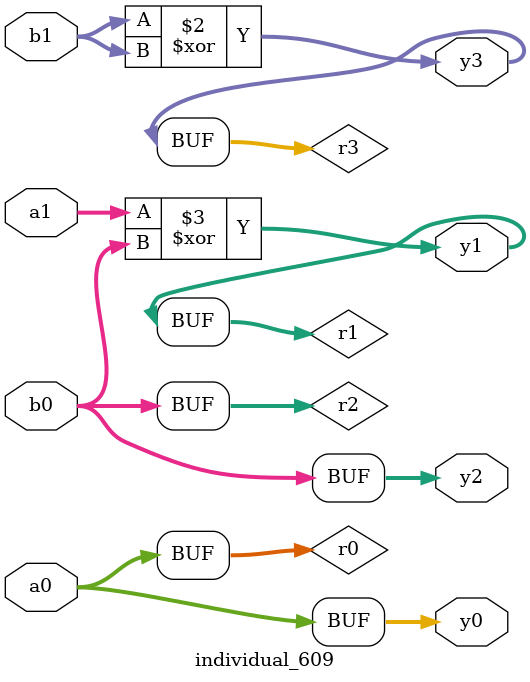
<source format=sv>
module individual_609(input logic [15:0] a1, input logic [15:0] a0, input logic [15:0] b1, input logic [15:0] b0, output logic [15:0] y3, output logic [15:0] y2, output logic [15:0] y1, output logic [15:0] y0);
logic [15:0] r0, r1, r2, r3; 
 always@(*) begin 
	 r0 = a0; r1 = a1; r2 = b0; r3 = b1; 
 	 r3  ^=  r3 ;
 	 r1  ^=  b0 ;
 	 y3 = r3; y2 = r2; y1 = r1; y0 = r0; 
end
endmodule
</source>
